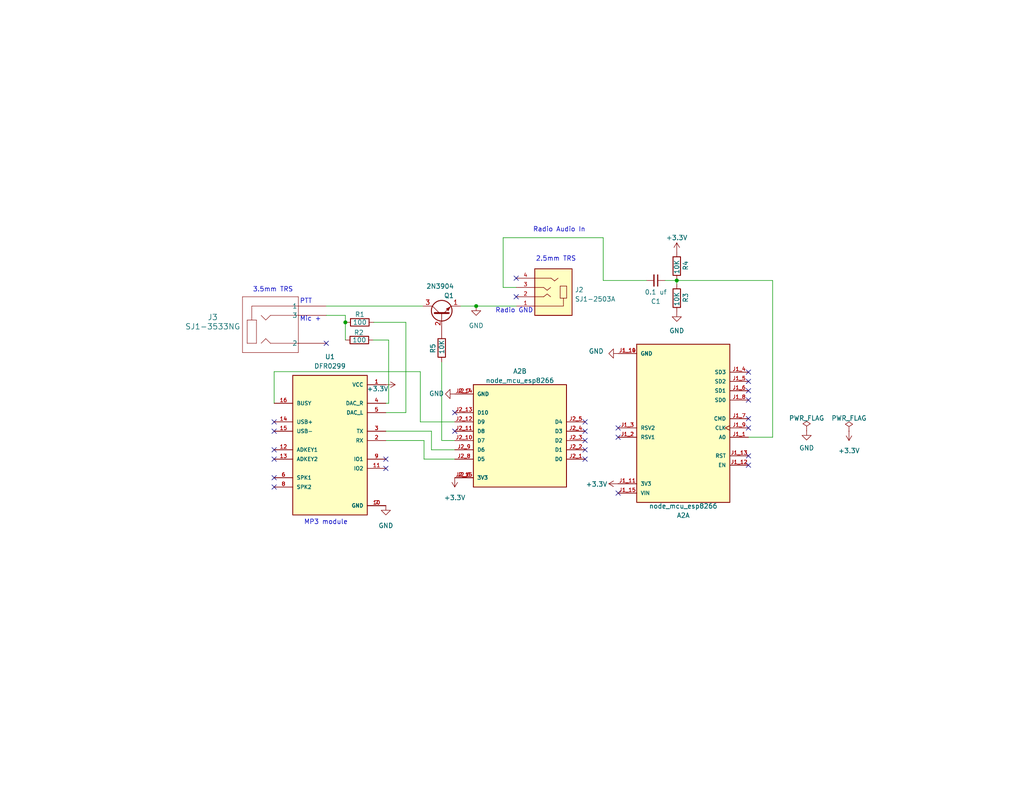
<source format=kicad_sch>
(kicad_sch (version 20230121) (generator eeschema)
  (paper "USLetter")
  (title_block (title "Foxhunt HT transmitter voice ID module") (date "2023-05-24") (company "Bill Schell - W2WZ"))
  (lib_symbols
    (symbol "DFR0299:DFR0299" (pin_names (offset 1.016))
      (property "Reference" "U" (at -10.16 18.542 0))
      (property "Value" "DFR0299" (at -10.16 -22.86 0))
      (symbol "DFR0299_0_0"
        (rectangle (start -10.16 -20.32) (end 10.16 17.78) (stroke (width 0.254)) (fill (type background)))
        (pin power_in line (at 15.24 15.24 180) (length 5.08) (name "VCC") (number "1"))
        (pin power_in line (at 15.24 -17.78 180) (length 5.08) (name "GND") (number "10"))
        (pin bidirectional line (at 15.24 -7.62 180) (length 5.08) (name "IO2") (number "11"))
        (pin input line (at -15.24 -2.54 0) (length 5.08) (name "ADKEY1") (number "12"))
        (pin input line (at -15.24 -5.08 0) (length 5.08) (name "ADKEY2") (number "13"))
        (pin input line (at -15.24 5.08 0) (length 5.08) (name "USB+") (number "14"))
        (pin input line (at -15.24 2.54 0) (length 5.08) (name "USB-") (number "15"))
        (pin input line (at -15.24 10.16 0) (length 5.08) (name "BUSY") (number "16"))
        (pin input line (at 15.24 0 180) (length 5.08) (name "RX") (number "2"))
        (pin output line (at 15.24 2.54 180) (length 5.08) (name "TX") (number "3"))
        (pin output line (at 15.24 10.16 180) (length 5.08) (name "DAC_R") (number "4"))
        (pin output line (at 15.24 7.62 180) (length 5.08) (name "DAC_L") (number "5"))
        (pin passive line (at -15.24 -10.16 0) (length 5.08) (name "SPK1") (number "6"))
        (pin power_in line (at 15.24 -17.78 180) (length 5.08) (name "GND") (number "7"))
        (pin passive line (at -15.24 -12.7 0) (length 5.08) (name "SPK2") (number "8"))
        (pin bidirectional line (at 15.24 -5.08 180) (length 5.08) (name "IO1") (number "9"))
      )
    )
    (symbol "Device:C_Small" (pin_numbers hide) (pin_names (offset 0.254) hide)
      (property "Reference" "C" (at 0.254 1.778 0))
      (property "Value" "C_Small" (at 0.254 -2.032 0))
      (symbol "C_Small_0_1"
        (polyline (pts (xy -1.524 -0.508) (xy 1.524 -0.508)) (stroke (width 0.3302)))
        (polyline (pts (xy -1.524 0.508) (xy 1.524 0.508)) (stroke (width 0.3048)))
      )
      (symbol "C_Small_1_1"
        (pin passive line (at 0 2.54 270) (length 2.032) (name "~") (number "1"))
        (pin passive line (at 0 -2.54 90) (length 2.032) (name "~") (number "2"))
      )
    )
    (symbol "Device:R" (pin_numbers hide) (pin_names (offset 0))
      (property "Reference" "R" (at 2.032 0 90))
      (property "Value" "R" (at 0 0 90))
      (symbol "R_0_1"
        (rectangle (start -1.016 -2.54) (end 1.016 2.54) (stroke (width 0.254)))
      )
      (symbol "R_1_1"
        (pin passive line (at 0 3.81 270) (length 1.27) (name "~") (number "1"))
        (pin passive line (at 0 -3.81 90) (length 1.27) (name "~") (number "2"))
      )
    )
    (symbol "GND_2" (power) (pin_names (offset 0))
      (property "Value" "GND_2" (at 0 -3.81 0))
      (symbol "GND_2_0_1"
        (polyline (pts (xy 0 0) (xy 0 -1.27) (xy 1.27 -1.27) (xy 0 -2.54) (xy -1.27 -1.27) (xy 0 -1.27)))
      )
      (symbol "GND_2_1_1"
        (pin power_in line (at 0 0 270) (length 0) hide (name "GND") (number "1"))
      )
    )
    (symbol "SJ1-2503A:SJ1-2503A" (pin_names (offset 1.016))
      (property "Reference" "J" (at -5.088 8.1408 0))
      (property "Value" "SJ1-2503A" (at -5.0844 -7.1181 0))
      (symbol "SJ1-2503A_0_0"
        (rectangle (start -5.08 -5.08) (end 5.08 7.62) (stroke (width 0.254)) (fill (type background)))
        (polyline (pts (xy -3.6195 -0.381) (xy -3.6195 2.921)) (stroke (width 0.1524)))
        (polyline (pts (xy -3.6195 2.921) (xy -2.7305 2.921)) (stroke (width 0.1524)))
        (polyline (pts (xy -2.7305 2.921) (xy -1.8415 2.921)) (stroke (width 0.1524)))
        (polyline (pts (xy -2.7305 5.08) (xy -2.7305 2.921)) (stroke (width 0.1524)))
        (polyline (pts (xy -1.8415 -0.381) (xy -3.6195 -0.381)) (stroke (width 0.1524)))
        (polyline (pts (xy -1.8415 2.921) (xy -1.8415 -0.381)) (stroke (width 0.1524)))
        (polyline (pts (xy -0.3175 -1.778) (xy -1.27 -2.54)) (stroke (width 0.1524)))
        (polyline (pts (xy 0.635 -2.54) (xy -0.3175 -1.778)) (stroke (width 0.1524)))
        (polyline (pts (xy 1.7145 0.762) (xy 0.762 0)) (stroke (width 0.1524)))
        (polyline (pts (xy 1.7145 1.778) (xy 0.762 2.54)) (stroke (width 0.1524)))
        (polyline (pts (xy 2.667 0) (xy 1.7145 0.762)) (stroke (width 0.1524)))
        (polyline (pts (xy 2.667 2.54) (xy 1.7145 1.778)) (stroke (width 0.1524)))
        (polyline (pts (xy 4.953 -2.54) (xy 0.635 -2.54)) (stroke (width 0.1524)))
        (polyline (pts (xy 4.953 0) (xy 2.667 0)) (stroke (width 0.1524)))
        (polyline (pts (xy 5.08 2.54) (xy 2.667 2.54)) (stroke (width 0.1524)))
        (polyline (pts (xy 5.08 5.08) (xy -2.7305 5.08)) (stroke (width 0.1524)))
        (pin passive line (at 10.16 5.08 180) (length 5.08) (name "~") (number "1"))
        (pin passive line (at 10.16 2.54 180) (length 5.08) (name "~") (number "2"))
        (pin passive line (at 10.16 0 180) (length 5.08) (name "~") (number "3"))
        (pin passive line (at 10.16 -2.54 180) (length 5.08) (name "~") (number "4"))
      )
    )
    (symbol "SJ1-3533NG:SJ1-3533NG" (pin_numbers hide) (pin_names (offset 0.254))
      (property "Reference" "J" (at -15.24 7.62 0))
      (property "Value" "SJ1-3533NG" (at -20.32 5.08 0))
      (symbol "SJ1-3533NG_0_1"
        (polyline (pts (xy -22.86 -12.7) (xy -7.62 -12.7)) (stroke (width 0.127)))
        (polyline (pts (xy -22.86 2.54) (xy -22.86 -12.7)) (stroke (width 0.127)))
        (polyline (pts (xy -21.59 -10.16) (xy -19.05 -10.16)) (stroke (width 0.127)))
        (polyline (pts (xy -21.59 -3.81) (xy -21.59 -10.16)) (stroke (width 0.127)))
        (polyline (pts (xy -21.59 -3.81) (xy -19.05 -3.81)) (stroke (width 0.127)))
        (polyline (pts (xy -20.32 0) (xy -20.32 -3.81)) (stroke (width 0.127)))
        (polyline (pts (xy -19.05 -3.81) (xy -19.05 -10.16)) (stroke (width 0.127)))
        (polyline (pts (xy -16.51 -8.89) (xy -17.78 -10.16)) (stroke (width 0.127)))
        (polyline (pts (xy -16.51 -3.81) (xy -17.78 -2.54)) (stroke (width 0.127)))
        (polyline (pts (xy -15.24 -10.16) (xy -16.51 -8.89)) (stroke (width 0.127)))
        (polyline (pts (xy -15.24 -2.54) (xy -16.51 -3.81)) (stroke (width 0.127)))
        (polyline (pts (xy -7.62 -12.7) (xy -7.62 2.54)) (stroke (width 0.127)))
        (polyline (pts (xy -7.62 -10.16) (xy -15.24 -10.16)) (stroke (width 0.127)))
        (polyline (pts (xy -7.62 -2.54) (xy -15.24 -2.54)) (stroke (width 0.127)))
        (polyline (pts (xy -7.62 0) (xy -20.32 0)) (stroke (width 0.127)))
        (polyline (pts (xy -7.62 2.54) (xy -22.86 2.54)) (stroke (width 0.127)))
        (pin unspecified line (at 0 0 180) (length 7.62) (name "1") (number "1"))
        (pin unspecified line (at 0 -10.16 180) (length 7.62) (name "2") (number "2"))
        (pin unspecified line (at 0 -2.54 180) (length 7.62) (name "3") (number "3"))
      )
    )
    (symbol "Transistor_BJT:2N3904" (pin_names (offset 0) hide)
      (property "Reference" "Q" (at 5.08 1.905 0))
      (property "Value" "2N3904" (at 5.08 0 0))
      (symbol "2N3904_0_1"
        (polyline (pts (xy 0.635 0.635) (xy 2.54 2.54)))
        (polyline (pts (xy 0.635 -0.635) (xy 2.54 -2.54) (xy 2.54 -2.54)))
        (polyline (pts (xy 0.635 1.905) (xy 0.635 -1.905) (xy 0.635 -1.905)) (stroke (width 0.508)))
        (polyline (pts (xy 1.27 -1.778) (xy 1.778 -1.27) (xy 2.286 -2.286) (xy 1.27 -1.778) (xy 1.27 -1.778)) (fill (type outline)))
        (circle (center 1.27 0) (radius 2.8194) (stroke (width 0.254)))
      )
      (symbol "2N3904_1_1"
        (pin passive line (at 2.54 -5.08 90) (length 2.54) (name "E") (number "1"))
        (pin passive line (at -5.08 0 0) (length 5.715) (name "B") (number "2"))
        (pin passive line (at 2.54 5.08 270) (length 2.54) (name "C") (number "3"))
      )
    )
    (symbol "bills_library:node_mcu_esp8266" (pin_names (offset 1.016))
      (property "Reference" "A" (at -12.7 21.59 0))
      (property "Value" "node_mcu_esp8266" (at -12.7 -24.13 0))
      (symbol "node_mcu_esp8266_1_0"
        (rectangle (start -12.7 20.32) (end 12.7 -22.86) (stroke (width 0.254)) (fill (type background)))
        (pin bidirectional line (at -17.78 2.54 0) (length 5.08) (name "A0") (number "J1_1"))
        (pin power_in line (at 17.78 -20.32 180) (length 5.08) (name "GND") (number "J1_10"))
        (pin power_in line (at 17.78 15.24 180) (length 5.08) (name "3V3") (number "J1_11"))
        (pin input line (at -17.78 10.16 0) (length 5.08) (name "EN") (number "J1_12"))
        (pin input line (at -17.78 7.62 0) (length 5.08) (name "RST") (number "J1_13"))
        (pin power_in line (at 17.78 -20.32 180) (length 5.08) (name "GND") (number "J1_14"))
        (pin power_in line (at 17.78 17.78 180) (length 5.08) (name "VIN") (number "J1_15"))
        (pin bidirectional line (at 17.78 2.54 180) (length 5.08) (name "RSV1") (number "J1_2"))
        (pin bidirectional line (at 17.78 0 180) (length 5.08) (name "RSV2") (number "J1_3"))
        (pin bidirectional line (at -17.78 -15.24 0) (length 5.08) (name "SD3") (number "J1_4"))
        (pin bidirectional line (at -17.78 -12.7 0) (length 5.08) (name "SD2") (number "J1_5"))
        (pin bidirectional line (at -17.78 -10.16 0) (length 5.08) (name "SD1") (number "J1_6"))
        (pin bidirectional line (at -17.78 -2.54 0) (length 5.08) (name "CMD") (number "J1_7"))
        (pin bidirectional line (at -17.78 -7.62 0) (length 5.08) (name "SD0") (number "J1_8"))
        (pin bidirectional clock (at -17.78 0 0) (length 5.08) (name "CLK") (number "J1_9"))
      )
      (symbol "node_mcu_esp8266_2_0"
        (rectangle (start -12.7 -15.24) (end 12.7 12.7) (stroke (width 0.254)) (fill (type background)))
        (pin bidirectional line (at -17.78 5.08 0) (length 5.08) (name "D0") (number "J2_1"))
        (pin bidirectional line (at 17.78 0 180) (length 5.08) (name "D7") (number "J2_10"))
        (pin bidirectional line (at 17.78 -2.54 180) (length 5.08) (name "D8") (number "J2_11"))
        (pin bidirectional line (at 17.78 -5.08 180) (length 5.08) (name "D9") (number "J2_12"))
        (pin bidirectional line (at 17.78 -7.62 180) (length 5.08) (name "D10") (number "J2_13"))
        (pin power_in line (at 17.78 -12.7 180) (length 5.08) (name "GND") (number "J2_14"))
        (pin power_in line (at 17.78 10.16 180) (length 5.08) (name "3V3") (number "J2_15"))
        (pin bidirectional line (at -17.78 2.54 0) (length 5.08) (name "D1") (number "J2_2"))
        (pin bidirectional line (at -17.78 0 0) (length 5.08) (name "D2") (number "J2_3"))
        (pin bidirectional line (at -17.78 -2.54 0) (length 5.08) (name "D3") (number "J2_4"))
        (pin bidirectional line (at -17.78 -5.08 0) (length 5.08) (name "D4") (number "J2_5"))
        (pin power_in line (at 17.78 10.16 180) (length 5.08) (name "3V3") (number "J2_6"))
        (pin power_in line (at 17.78 -12.7 180) (length 5.08) (name "GND") (number "J2_7"))
        (pin bidirectional line (at 17.78 5.08 180) (length 5.08) (name "D5") (number "J2_8"))
        (pin bidirectional line (at 17.78 2.54 180) (length 5.08) (name "D6") (number "J2_9"))
      )
    )
    (symbol "power:+3.3V" (power) (pin_names (offset 0))
      (property "Value" "+3.3V" (at 0 3.556 0))
      (symbol "+3.3V_0_1"
        (polyline (pts (xy -0.762 1.27) (xy 0 2.54)))
        (polyline (pts (xy 0 0) (xy 0 2.54)))
        (polyline (pts (xy 0 2.54) (xy 0.762 1.27)))
      )
      (symbol "+3.3V_1_1"
        (pin power_in line (at 0 0 90) (length 0) hide (name "+3.3V") (number "1"))
      )
    )
    (symbol "power:GND" (power) (pin_names (offset 0))
      (property "Value" "GND" (at 0 -3.81 0))
      (symbol "GND_0_1"
        (polyline (pts (xy 0 0) (xy 0 -1.27) (xy 1.27 -1.27) (xy 0 -2.54) (xy -1.27 -1.27) (xy 0 -1.27)))
      )
      (symbol "GND_1_1"
        (pin power_in line (at 0 0 270) (length 0) hide (name "GND") (number "1"))
      )
    )
    (symbol "power:PWR_FLAG" (power) (pin_numbers hide) (pin_names (offset 0) hide)
      (property "Value" "PWR_FLAG" (at 0 3.81 0))
      (symbol "PWR_FLAG_0_0"
        (pin power_out line (at 0 0 90) (length 0) (name "pwr") (number "1"))
      )
      (symbol "PWR_FLAG_0_1"
        (polyline (pts (xy 0 0) (xy 0 1.27) (xy -1.016 1.905) (xy 0 2.54) (xy 1.016 1.905) (xy 0 1.27)))
      )
    )
  )
  (junction (at 129.921 83.566))
  (junction (at 184.658 76.581))
  (junction (at 94.234 88.011))
  (no_connect (at 204.216 106.68))
  (no_connect (at 74.803 132.969))
  (no_connect (at 204.216 124.46))
  (no_connect (at 204.216 104.14))
  (no_connect (at 168.656 116.84))
  (no_connect (at 124.079 117.729))
  (no_connect (at 168.656 119.38))
  (no_connect (at 74.803 115.189))
  (no_connect (at 74.803 130.429))
  (no_connect (at 159.639 125.349))
  (no_connect (at 89.027 93.726))
  (no_connect (at 159.639 117.729))
  (no_connect (at 140.843 81.026))
  (no_connect (at 124.079 112.649))
  (no_connect (at 74.803 117.729))
  (no_connect (at 105.283 127.889))
  (no_connect (at 159.639 120.269))
  (no_connect (at 105.283 125.349))
  (no_connect (at 204.216 109.22))
  (no_connect (at 140.843 75.946))
  (no_connect (at 204.216 116.84))
  (no_connect (at 74.803 125.349))
  (no_connect (at 204.216 114.3))
  (no_connect (at 159.639 115.189))
  (no_connect (at 74.803 122.809))
  (no_connect (at 204.216 101.6))
  (no_connect (at 204.216 127))
  (no_connect (at 159.639 122.809))
  (no_connect (at 168.656 134.62))
  (wire (pts (xy 89.027 86.106) (xy 94.234 86.106)))
  (wire (pts (xy 210.82 119.38) (xy 210.82 76.581)))
  (wire (pts (xy 105.283 120.269) (xy 115.697 120.269)))
  (wire (pts (xy 105.283 117.729) (xy 117.729 117.729)))
  (wire (pts (xy 164.592 64.897) (xy 137.287 64.897)))
  (wire (pts (xy 74.803 110.109) (xy 74.803 101.473)))
  (wire (pts (xy 89.027 83.566) (xy 115.443 83.566)))
  (wire (pts (xy 164.592 76.581) (xy 164.592 64.897)))
  (wire (pts (xy 137.287 64.897) (xy 137.287 78.486)))
  (wire (pts (xy 129.921 83.566) (xy 140.843 83.566)))
  (wire (pts (xy 184.658 76.581) (xy 181.483 76.581)))
  (wire (pts (xy 115.697 120.269) (xy 115.697 125.349)))
  (wire (pts (xy 176.403 76.581) (xy 164.592 76.581)))
  (wire (pts (xy 114.681 101.473) (xy 114.681 115.189)))
  (wire (pts (xy 94.234 86.106) (xy 94.234 88.011)))
  (wire (pts (xy 117.729 122.809) (xy 124.079 122.809)))
  (wire (pts (xy 105.283 110.109) (xy 106.045 110.109)))
  (wire (pts (xy 120.523 120.269) (xy 120.523 98.806)))
  (wire (pts (xy 184.658 77.597) (xy 184.658 76.581)))
  (wire (pts (xy 124.079 120.269) (xy 120.523 120.269)))
  (wire (pts (xy 110.744 112.649) (xy 110.744 88.011)))
  (wire (pts (xy 94.234 92.837) (xy 94.234 88.011)))
  (wire (pts (xy 101.981 88.011) (xy 110.744 88.011)))
  (wire (pts (xy 204.216 119.38) (xy 210.82 119.38)))
  (wire (pts (xy 114.681 115.189) (xy 124.079 115.189)))
  (wire (pts (xy 94.234 88.011) (xy 94.361 88.011)))
  (wire (pts (xy 105.283 112.649) (xy 110.744 112.649)))
  (wire (pts (xy 115.697 125.349) (xy 124.079 125.349)))
  (wire (pts (xy 117.729 117.729) (xy 117.729 122.809)))
  (wire (pts (xy 74.803 101.473) (xy 114.681 101.473)))
  (wire (pts (xy 101.854 92.837) (xy 106.045 92.837)))
  (wire (pts (xy 125.603 83.566) (xy 129.921 83.566)))
  (wire (pts (xy 210.82 76.581) (xy 184.658 76.581)))
  (wire (pts (xy 106.045 110.109) (xy 106.045 92.837)))
  (wire (pts (xy 184.658 76.581) (xy 184.658 76.454)))
  (wire (pts (xy 137.287 78.486) (xy 140.843 78.486)))
  (text "Radio GND" (at 135.128 85.598 0) (effects (font (size 1.27 1.27)) (justify left bottom)))
  (text "PTT" (at 81.788 83.058 0) (effects (font (size 1.27 1.27)) (justify left bottom)))
  (text "2.5mm TRS" (at 146.177 71.501 0) (effects (font (size 1.27 1.27)) (justify left bottom)))
  (text "Mic +" (at 81.788 87.884 0) (effects (font (size 1.27 1.27)) (justify left bottom)))
  (text "Radio Audio In" (at 145.415 63.5 0) (effects (font (size 1.27 1.27)) (justify left bottom)))
  (text "3.5mm TRS" (at 68.961 79.883 0) (effects (font (size 1.27 1.27)) (justify left bottom)))
  (text "MP3 module" (at 82.931 143.383 0) (effects (font (size 1.27 1.27)) (justify left bottom)))
  (symbol (lib_id "power:+3.3V") (at 105.283 105.029 270) (unit 1)
    (property "Reference" "#PWR08" (effects hide))
    (property "Value" "+3.3V" (at 100.076 106.172 90) (effects (justify left)))
  )
  (symbol (lib_id "power:GND") (at 124.079 107.569 270) (unit 1)
    (property "Reference" "#PWR03" (effects hide))
    (property "Value" "GND" (at 121.158 107.442 90) (effects (justify right)))
  )
  (symbol (lib_name "GND_2") (lib_id "power:GND") (at 168.656 96.52 270) (unit 1)
    (property "Reference" "#PWR02" (effects hide))
    (property "Value" "GND" (at 164.719 95.885 90) (effects (justify right)))
  )
  (symbol (lib_id "Device:C_Small") (at 178.943 76.581 270) (unit 1)
    (property "Reference" "C1" (at 178.9367 82.296 90))
    (property "Value" "0.1 uf" (at 178.9367 79.756 90))
    (property "Footprint" "Capacitor_THT:C_Disc_D4.7mm_W2.5mm_P5.00mm" (effects hide))
  )
  (symbol (lib_id "Device:R") (at 98.171 88.011 270) (unit 1)
    (property "Reference" "R1" (at 98.171 85.852 90))
    (property "Value" "100" (at 98.171 88.011 90))
    (property "Footprint" "Resistor_THT:R_Axial_DIN0207_L6.3mm_D2.5mm_P10.16mm_Horizontal" (effects hide))
  )
  (symbol (lib_id "bills_library:node_mcu_esp8266") (at 141.859 120.269 180) (unit 2)
    (property "Reference" "A2" (at 141.859 101.346 0))
    (property "Value" "node_mcu_esp8266" (at 141.859 103.886 0))
    (property "Footprint" "bills_library:node_mcu_esp8266" (effects hide))
    (property "PARTREV" "N/A" (effects hide))
    (property "STANDARD" "Manufacturer Recommendations" (effects hide))
    (property "MAXIMUM_PACKAGE_HEIGHT" "N/A" (effects hide))
    (property "MANUFACTURER" "Seeed" (effects hide))
    (property "Sim.Enable" "0" (effects hide))
  )
  (symbol (lib_id "DFR0299:DFR0299") (at 90.043 120.269 0) (unit 1)
    (property "Reference" "U1" (at 90.043 97.409 0))
    (property "Value" "DFR0299" (at 90.043 99.949 0))
    (property "Footprint" "dfr0299:MODULE_DFR0299" (effects hide))
    (property "AVAILABILITY" "Unavailable" (effects hide))
    (property "PACKAGE" "None" (effects hide))
    (property "MP" "DFR0299" (effects hide))
    (property "PRICE" "None" (effects hide))
    (property "DESCRIPTION" "Dfplayer - a Mini Mp3 Player" (effects hide))
    (property "MF" "DFRobot" (effects hide))
    (property "Sim.Enable" "0" (effects hide))
  )
  (symbol (lib_id "Device:R") (at 120.523 94.996 180) (unit 1)
    (property "Reference" "R5" (at 118.11 95.123 90))
    (property "Value" "10K" (at 120.523 94.742 90))
    (property "Footprint" "Resistor_THT:R_Axial_DIN0207_L6.3mm_D2.5mm_P10.16mm_Horizontal" (effects hide))
  )
  (symbol (lib_id "power:GND") (at 129.921 83.566 0) (unit 1)
    (property "Reference" "#PWR01" (effects hide))
    (property "Value" "GND" (at 129.921 88.9 0))
  )
  (symbol (lib_id "power:GND") (at 184.658 85.217 0) (unit 1)
    (property "Reference" "#PWR011" (effects hide))
    (property "Value" "GND" (at 184.658 90.297 0))
  )
  (symbol (lib_id "Device:R") (at 184.658 72.644 0) (unit 1)
    (property "Reference" "R4" (at 187.071 72.517 90))
    (property "Value" "10K" (at 184.658 72.898 90))
    (property "Footprint" "Resistor_THT:R_Axial_DIN0207_L6.3mm_D2.5mm_P10.16mm_Horizontal" (effects hide))
  )
  (symbol (lib_id "SJ1-2503A:SJ1-2503A") (at 151.003 78.486 180) (unit 1)
    (property "Reference" "J2" (at 156.845 79.121 0) (effects (justify right)))
    (property "Value" "SJ1-2503A" (at 156.845 81.661 0) (effects (justify right)))
    (property "Footprint" "CUI_SJ1-2503A" (effects hide))
    (property "MANUFACTURER" "CUI INC" (effects hide))
    (property "REV" "B" (effects hide))
    (property "STANDARD" "Manufacturer Recommendation" (effects hide))
    (property "Sim.Enable" "0" (effects hide))
  )
  (symbol (lib_id "power:+3.3V") (at 184.658 68.834 0) (unit 1)
    (property "Reference" "#PWR010" (effects hide))
    (property "Value" "+3.3V" (at 184.658 64.897 0))
  )
  (symbol (lib_id "power:PWR_FLAG") (at 220.091 117.602 0) (unit 1)
    (property "Reference" "#FLG02" (effects hide))
    (property "Value" "PWR_FLAG" (at 220.091 114.173 0))
  )
  (symbol (lib_id "power:+3.3V") (at 231.648 117.729 180) (unit 1)
    (property "Reference" "#PWR04" (effects hide))
    (property "Value" "+3.3V" (at 231.648 123.063 0))
  )
  (symbol (lib_id "power:GND") (at 220.091 117.602 0) (unit 1)
    (property "Reference" "#PWR07" (effects hide))
    (property "Value" "GND" (at 220.091 122.301 0))
  )
  (symbol (lib_id "Device:R") (at 184.658 81.407 0) (unit 1)
    (property "Reference" "R3" (at 187.071 81.28 90))
    (property "Value" "10K" (at 184.658 81.661 90))
    (property "Footprint" "Resistor_THT:R_Axial_DIN0207_L6.3mm_D2.5mm_P10.16mm_Horizontal" (effects hide))
  )
  (symbol (lib_id "power:+3.3V") (at 168.656 132.08 90) (unit 1)
    (property "Reference" "#PWR09" (effects hide))
    (property "Value" "+3.3V" (at 165.735 132.207 90) (effects (justify left)))
  )
  (symbol (lib_id "power:PWR_FLAG") (at 231.648 117.729 0) (unit 1)
    (property "Reference" "#FLG03" (effects hide))
    (property "Value" "PWR_FLAG" (at 231.648 114.173 0))
  )
  (symbol (lib_id "bills_library:node_mcu_esp8266") (at 186.436 116.84 180) (unit 1)
    (property "Reference" "A2" (at 186.436 140.716 0))
    (property "Value" "node_mcu_esp8266" (at 186.436 138.176 0))
    (property "Footprint" "bills_library:node_mcu_esp8266" (effects hide))
    (property "PARTREV" "N/A" (effects hide))
    (property "STANDARD" "Manufacturer Recommendations" (effects hide))
    (property "MAXIMUM_PACKAGE_HEIGHT" "N/A" (effects hide))
    (property "MANUFACTURER" "Seeed" (effects hide))
    (property "Sim.Enable" "0" (effects hide))
  )
  (symbol (lib_id "power:+3.3V") (at 124.079 130.429 180) (unit 1)
    (property "Reference" "#PWR06" (effects hide))
    (property "Value" "+3.3V" (at 124.079 135.89 0))
  )
  (symbol (lib_id "Device:R") (at 98.044 92.837 90) (unit 1)
    (property "Reference" "R2" (at 97.917 90.805 90))
    (property "Value" "100" (at 98.044 92.837 90))
    (property "Footprint" "Resistor_THT:R_Axial_DIN0207_L6.3mm_D2.5mm_P10.16mm_Horizontal" (effects hide))
  )
  (symbol (lib_id "Transistor_BJT:2N3904") (at 120.523 86.106 90) (unit 1)
    (property "Reference" "Q1" (at 123.8885 80.7085 90) (effects (justify left)))
    (property "Value" "2N3904" (at 123.8885 78.1685 90) (effects (justify left)))
    (property "Footprint" "Package_TO_SOT_THT:TO-92_Inline" (effects hide))
    (property "Datasheet" "https://www.onsemi.com/pub/Collateral/2N3903-D.PDF" (effects hide))
    (property "Sim.Enable" "0" (effects hide))
  )
  (symbol (lib_id "SJ1-3533NG:SJ1-3533NG") (at 89.027 83.566 0) (unit 1)
    (property "Reference" "J3" (at 58.039 86.614 0) (effects (font (size 1.524 1.524))))
    (property "Value" "SJ1-3533NG" (at 58.039 89.154 0) (effects (font (size 1.524 1.524))))
    (property "Footprint" "SJ1-3533NG_CUD" (effects hide))
    (property "Datasheet" "SJ1-3533NG" (effects hide))
    (property "Sim.Enable" "0" (effects hide))
  )
  (symbol (lib_id "power:GND") (at 105.283 138.049 0) (unit 1)
    (property "Reference" "#PWR05" (effects hide))
    (property "Value" "GND" (at 105.283 143.51 0))
  )
)
</source>
